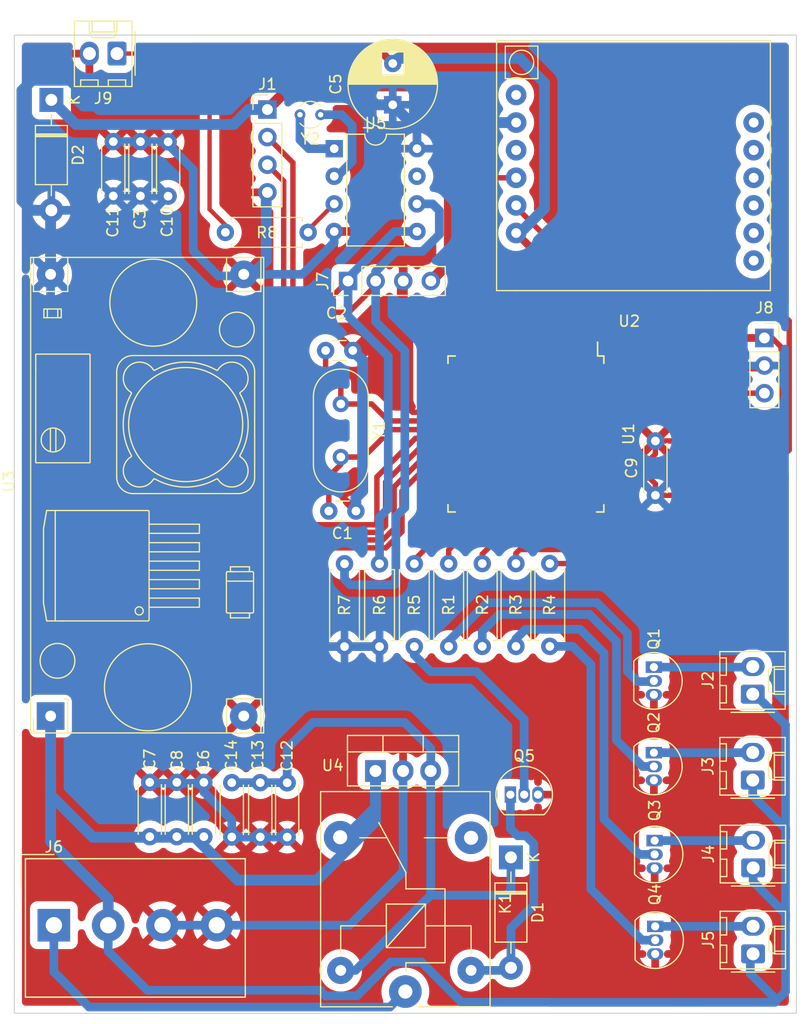
<source format=kicad_pcb>
(kicad_pcb (version 20211014) (generator pcbnew)
  (layers (0 "F.Cu" signal) (31 "B.Cu" signal) (34 "B.Paste" user) (35 "F.Paste" user) (36 "B.SilkS" user "B.Silkscreen") (37 "F.SilkS" user "F.Silkscreen") (38 "B.Mask" user) (39 "F.Mask" user) (44 "Edge.Cuts" user))
  (net 0 "")
  (net 1 "GND")
  (net 2 "Net-(C1-Pad2)")
  (net 3 "Net-(U1-Pad23)")
  (net 4 "+4V")
  (net 5 "12vLine")
  (net 6 "+5V")
  (net 7 "Net-(D1-Pad2)")
  (net 8 "TX")
  (net 9 "RX")
  (net 10 "Lock_4")
  (net 11 "Lock_3")
  (net 12 "Lock_2")
  (net 13 "Lock_1")
  (net 14 "12vIN")
  (net 15 "SDA")
  (net 16 "SCL")
  (net 17 "HRSignal")
  (net 19 "Net-(Q5-Pad2)")
  (net 20 "Lock_4_Pin")
  (net 21 "Lock_3_Pin")
  (net 22 "Lock_2_Pin")
  (net 23 "Lock_1_Pin")
  (net 24 "PowerRelayPin")
  (net 26 "GSM Tx")
  (net 27 "GSM Rx")
  (net 77 "Net-(R1-Pad1)")
  (net 78 "Net-(R2-Pad1)")
  (net 79 "Net-(R3-Pad1)")
  (net 80 "Net-(R4-Pad1)")
  (net 81 "+3.3V")
  (net 84 "Net-(J9-Pad1)")
  (net 85 "Net-(U5-Pad1)")
  (net 86 "Net-(U5-Pad2)")
  (net 88 "Net-(U5-Pad3)")
  (footprint "Relay_THT:Relay_SPDT_SANYOU_SRD_Series_Form_C" (layer "F.Cu") (at 106 128 90)
    (fp_text reference "K1")
    (fp_text value "POWER RELAY")
  )
  (footprint "TerminalBlock_Altech:Altech_AK300_1x04_P5.00mm_45-Degree" (layer "F.Cu") (at 73.6425 121.8925)
    (fp_text reference "J6")
    (fp_text value "POWER INPUT")
  )
  (footprint "Package_QFP:TQFP-64_14x14mm_P0.8mm" (layer "F.Cu") (at 117.1 76.7 -90)
    (fp_text reference "U1")
    (fp_text value "ATmega128-16A")
  )
  (footprint "Package_TO_SOT_THT:TO-92_Inline" (layer "F.Cu") (at 128.88 98.15 -90)
    (fp_text reference "Q1")
    (fp_text value "BC337")
  )
  (footprint "Resistor_THT:R_Axial_DIN0207_L6.3mm_D2.5mm_P7.62mm_Horizontal" (layer "F.Cu") (at 97.05 58.15 180)
    (fp_text reference "R8")
    (fp_text value "0R")
  )
  (footprint "Capacitor_THT:C_Disc_D4.3mm_W1.9mm_P5.00mm" (layer "F.Cu") (at 90.02 108.78 -90)
    (fp_text reference "C14")
    (fp_text value "100nF")
  )
  (footprint "Capacitor_THT:C_Disc_D4.3mm_W1.9mm_P5.00mm" (layer "F.Cu") (at 129.02 82.34 90)
    (fp_text reference "C9")
    (fp_text value "100nF")
  )
  (footprint "Capacitor_THT:C_Disc_D4.3mm_W1.9mm_P5.00mm" (layer "F.Cu") (at 81.61 49.8 -90)
    (fp_text reference "C3")
    (fp_text value "100nF")
  )
  (footprint "Capacitor_THT:C_Disc_D4.3mm_W1.9mm_P5.00mm" (layer "F.Cu") (at 84.96 113.75 90)
    (fp_text reference "C8")
    (fp_text value "100nF")
  )
  (footprint "Capacitor_THT:C_Disc_D3.0mm_W1.6mm_P2.50mm" (layer "F.Cu") (at 101.16 69.02 180)
    (fp_text reference "C2")
    (fp_text value "22pF")
  )
  (footprint "Resistor_THT:R_Axial_DIN0207_L6.3mm_D2.5mm_P7.62mm_Horizontal" (layer "F.Cu") (at 119.3 96.24 90)
    (fp_text reference "R4")
    (fp_text value "1K")
  )
  (footprint "Capacitor_THT:C_Disc_D4.3mm_W1.9mm_P5.00mm" (layer "F.Cu") (at 95.12 108.79 -90)
    (fp_text reference "C12")
    (fp_text value "100nF")
  )
  (footprint "Crystal:Crystal_HC49-U_Vertical" (layer "F.Cu") (at 100.06 73.94 -90)
    (fp_text reference "Y1")
    (fp_text value "Crystal")
  )
  (footprint "Resistor_THT:R_Axial_DIN0207_L6.3mm_D2.5mm_P7.62mm_Horizontal" (layer "F.Cu") (at 100.4 88.64 -90)
    (fp_text reference "R7")
    (fp_text value "4.7K")
  )
  (footprint "Package_TO_SOT_THT:TO-92_Inline" (layer "F.Cu") (at 129 122 -90)
    (fp_text reference "Q4")
    (fp_text value "BC337")
  )
  (footprint "Package_TO_SOT_THT:TO-92_Inline" (layer "F.Cu") (at 115.67 109.88)
    (fp_text reference "Q5")
    (fp_text value "BC337")
  )
  (footprint "Connector_PinHeader_2.54mm:PinHeader_1x04_P2.54mm_Vertical" (layer "F.Cu") (at 100.725 62.625 90)
    (fp_text reference "J7")
    (fp_text value "Pressure")
  )
  (footprint "Connector_Molex:Molex_KK-254_AE-6410-02A_1x02_P2.54mm_Vertical" (layer "F.Cu") (at 137.98 108.54 90)
    (fp_text reference "J3")
    (fp_text value "Lock_3")
  )
  (footprint "Capacitor_THT:C_Disc_D4.3mm_W1.9mm_P5.00mm" (layer "F.Cu") (at 87.45 113.75 90)
    (fp_text reference "C6")
    (fp_text value "100nF")
  )
  (footprint "Diode_THT:D_DO-41_SOD81_P10.16mm_Horizontal" (layer "F.Cu") (at 115.72 115.65 -90)
    (fp_text reference "D1")
    (fp_text value "1N4007")
  )
  (footprint "Resistor_THT:R_Axial_DIN0207_L6.3mm_D2.5mm_P7.62mm_Horizontal" (layer "F.Cu") (at 103.625 88.64 -90)
    (fp_text reference "R6")
    (fp_text value "4.7K")
  )
  (footprint "Resistor_THT:R_Axial_DIN0207_L6.3mm_D2.5mm_P7.62mm_Horizontal" (layer "F.Cu") (at 106.825 88.64 -90)
    (fp_text reference "R5")
    (fp_text value "1K")
  )
  (footprint "Connector_Molex:Molex_KK-254_AE-6410-02A_1x02_P2.54mm_Vertical" (layer "F.Cu") (at 138.02 116.62 90)
    (fp_text reference "J4")
    (fp_text value "Lock_2")
  )
  (footprint "Connector_Molex:Molex_KK-254_AE-6410-02A_1x02_P2.54mm_Vertical" (layer "F.Cu") (at 138.01 124.53 90)
    (fp_text reference "J5")
    (fp_text value "Lock_1")
  )
  (footprint "Capacitor_THT:C_Disc_D3.0mm_W1.6mm_P2.50mm" (layer "F.Cu") (at 101.45 83.79 180)
    (fp_text reference "C1")
    (fp_text value "22pF")
  )
  (footprint "Connector_Molex:Molex_KK-254_AE-6410-02A_1x02_P2.54mm_Vertical" (layer "F.Cu") (at 79.45 41.7 180)
    (fp_text reference "J9")
    (fp_text value "Vbatt")
  )
  (footprint "Capacitor_THT:C_Disc_D4.3mm_W1.9mm_P5.00mm" (layer "F.Cu") (at 84.16 54.82 90)
    (fp_text reference "C10")
    (fp_text value "100nF")
  )
  (footprint "Resistor_THT:R_Axial_DIN0207_L6.3mm_D2.5mm_P7.62mm_Horizontal" (layer "F.Cu") (at 109.99 96.25 90)
    (fp_text reference "R1")
    (fp_text value "1K")
  )
  (footprint "Diode_THT:D_DO-41_SOD81_P10.16mm_Horizontal" (layer "F.Cu") (at 73.41 45.96 -90)
    (fp_text reference "D2")
    (fp_text value "1N4007")
  )
  (footprint "Crystal:Crystal_C26-LF_D2.1mm_L6.5mm_Vertical" (layer "F.Cu") (at 98.2 47.325 180)
    (fp_text reference "Y2")
    (fp_text value "Crystal")
  )
  (footprint "GSM:SIM800L-CORE" (layer "F.Cu") (at 116.2 45.51)
    (fp_text reference "U2")
    (fp_text value "SIM800L-CORE")
  )
  (footprint "Capacitor_THT:C_Disc_D4.3mm_W1.9mm_P5.00mm" (layer "F.Cu") (at 82.47 113.75 90)
    (fp_text reference "C7")
    (fp_text value "100nF")
  )
  (footprint "Connector_PinHeader_2.54mm:PinHeader_1x04_P2.54mm_Vertical" (layer "F.Cu") (at 93.3 46.85)
    (fp_text reference "J1")
    (fp_text value "GPS")
  )
  (footprint "Resistor_THT:R_Axial_DIN0207_L6.3mm_D2.5mm_P7.62mm_Horizontal" (layer "F.Cu") (at 113.08 96.24 90)
    (fp_text reference "R2")
    (fp_text value "1K")
  )
  (footprint "Package_TO_SOT_THT:TO-220-3_Vertical" (layer "F.Cu") (at 103.25 107.705)
    (fp_text reference "U4")
    (fp_text value "L7805")
  )
  (footprint "Package_TO_SOT_THT:TO-92_Inline" (layer "F.Cu") (at 128.95 114.11 -90)
    (fp_text reference "Q3")
    (fp_text value "BC337")
  )
  (footprint "Package_DIP:DIP-8_W7.62mm" (layer "F.Cu") (at 99.45 50.45)
    (fp_text reference "U5")
    (fp_text value "DS1307+")
  )
  (footprint "Resistor_THT:R_Axial_DIN0207_L6.3mm_D2.5mm_P7.62mm_Horizontal" (layer "F.Cu") (at 116.18 96.24 90)
    (fp_text reference "R3")
    (fp_text value "1K")
  )
  (footprint "StepDown:YAAJ_DCDC_StepDown_LM2596" (layer "F.Cu") (at 73.34 102.65 90)
    (fp_text reference "U3")
    (fp_text value "YAAJ_DCDC_StepDown_LM2596")
  )
  (footprint "Capacitor_THT:CP_Radial_D8.0mm_P3.80mm" (layer "F.Cu") (at 104.84 46.412651 90)
    (fp_text reference "C5")
    (fp_text value "1000/25")
  )
  (footprint "Connector_PinSocket_2.54mm:PinSocket_1x03_P2.54mm_Vertical" (layer "F.Cu") (at 139.055 67.865)
    (fp_text reference "J8")
    (fp_text value "Heart Rate")
  )
  (footprint "Connector_Molex:Molex_KK-254_AE-6410-02A_1x02_P2.54mm_Vertical" (layer "F.Cu") (at 137.98 100.64 90)
    (fp_text reference "J2")
    (fp_text value "Lock_4")
  )
  (footprint "Package_TO_SOT_THT:TO-92_Inline" (layer "F.Cu") (at 128.88 106.02 -90)
    (fp_text reference "Q2")
    (fp_text value "BC337")
  )
  (footprint "Capacitor_THT:C_Disc_D4.3mm_W1.9mm_P5.00mm" (layer "F.Cu") (at 92.64 108.78 -90)
    (fp_text reference "C13")
    (fp_text value "100nF")
  )
  (footprint "Capacitor_THT:C_Disc_D4.3mm_W1.9mm_P5.00mm" (layer "F.Cu") (at 79.11 54.8 90)
    (fp_text reference "C11")
    (fp_text value "100nF")
  )
  (gr_line (start 70 130) (end 70 40) (layer "Edge.Cuts") (width 0.1))
  (gr_line (start 142 130) (end 70 130) (layer "Edge.Cuts") (width 0.1))
  (gr_line (start 142 40) (end 142 130) (layer "Edge.Cuts") (width 0.1))
  (gr_line (start 70 40) (end 142 40) (layer "Edge.Cuts") (width 0.1))
  (segment (start 105.805 61.28) (end 105.805 62.625) (width 0.8) (layer "F.Cu") (net 1))
  (segment (start 120.5 71.5) (end 124.8 71.5) (width 0.5) (layer "F.Cu") (net 1))
  (segment (start 102.34 69.02) (end 105.72 65.64) (width 1) (layer "F.Cu") (net 1))
  (segment (start 117.09 74.7) (end 115.46 74.7) (width 0.5) (layer "F.Cu") (net 1))
  (segment (start 109.4 74.7) (end 106.65 74.7) (width 0.5) (layer "F.Cu") (net 1))
  (segment (start 117.3 74.7) (end 120.5 71.5) (width 0.5) (layer "F.Cu") (net 1))
  (segment (start 105.75 65.67) (end 105.72 65.64) (width 0.5) (layer "F.Cu") (net 1))
  (segment (start 105.72 62.71) (end 105.805 62.625) (width 1) (layer "F.Cu") (net 1))
  (segment (start 115.46 74.7) (end 117.3 74.7) (width 0.5) (layer "F.Cu") (net 1))
  (segment (start 105.75 73.8) (end 105.75 65.67) (width 0.5) (layer "F.Cu") (net 1))
  (segment (start 140.59 75.07) (end 138.32 77.34) (width 0.5) (layer "F.Cu") (net 1))
  (segment (start 139.765 67.865) (end 140.59 68.69) (width 0.5) (layer "F.Cu") (net 1))
  (segment (start 128.06 79.5) (end 129.02 78.54) (width 0.5) (layer "F.Cu") (net 1))
  (segment (start 140.59 68.69) (end 140.59 75.07) (width 0.5) (layer "F.Cu") (net 1))
  (segment (start 109.4 74.7) (end 115.46 74.7) (width 0.5) (layer "F.Cu") (net 1))
  (segment (start 138.32 77.34) (end 129.02 77.34) (width 0.5) (layer "F.Cu") (net 1))
  (segment (start 105.72 65.64) (end 105.72 62.71) (width 1) (layer "F.Cu") (net 1))
  (segment (start 121.89 79.5) (end 117.09 74.7) (width 0.5) (layer "F.Cu") (net 1))
  (segment (start 102.595 58.07) (end 105.805 61.28) (width 0.8) (layer "F.Cu") (net 1))
  (segment (start 106.65 74.7) (end 105.75 73.8) (width 0.5) (layer "F.Cu") (net 1))
  (segment (start 139.055 67.865) (end 139.765 67.865) (width 0.5) (layer "F.Cu") (net 1))
  (segment (start 124.8 79.5) (end 128.06 79.5) (width 0.5) (layer "F.Cu") (net 1))
  (segment (start 99.45 58.07) (end 102.595 58.07) (width 0.8) (layer "F.Cu") (net 1))
  (segment (start 101.16 69.02) (end 102.34 69.02) (width 1) (layer "F.Cu") (net 1))
  (segment (start 124.8 79.5) (end 121.89 79.5) (width 0.5) (layer "F.Cu") (net 1))
  (segment (start 129.02 78.54) (end 129.02 77.34) (width 0.5) (layer "F.Cu") (net 1))
  (segment (start 88.6425 121.8925) (end 100.8675 121.8925) (width 0.8) (layer "B.Cu") (net 1))
  (segment (start 118.81 44.4) (end 118.81 55.94) (width 1) (layer "B.Cu") (net 1))
  (segment (start 118.81 55.94) (end 116.36 58.39) (width 1) (layer "B.Cu") (net 1))
  (segment (start 90.97 62.16) (end 91.12 62.01) (width 0.8) (layer "B.Cu") (net 1))
  (segment (start 83.89 49.8) (end 86.47 52.38) (width 0.8) (layer "B.Cu") (net 1))
  (segment (start 86.47 52.38) (end 86.47 59.85) (width 0.8) (layer "B.Cu") (net 1))
  (segment (start 88.78 62.16) (end 90.97 62.16) (width 0.8) (layer "B.Cu") (net 1))
  (segment (start 102.07 69.93) (end 101.16 69.02) (width 1) (layer "B.Cu") (net 1))
  (segment (start 101.45 83.79) (end 101.45 82.57) (width 1) (layer "B.Cu") (net 1))
  (segment (start 102.07 81.95) (end 102.07 69.93) (width 1) (layer "B.Cu") (net 1))
  (segment (start 100.8675 121.8925) (end 105.79 116.97) (width 0.8) (layer "B.Cu") (net 1))
  (segment (start 83.6425 121.8925) (end 88.6425 121.8925) (width 0.8) (layer "B.Cu") (net 1))
  (segment (start 87.45 109.64) (end 87.45 108.75) (width 0.8) (layer "B.Cu") (net 1))
  (segment (start 99.45 58.07) (end 99.45 59.075) (width 0.8) (layer "B.Cu") (net 1))
  (segment (start 96.515 62.01) (end 91.12 62.01) (width 0.8) (layer "B.Cu") (net 1))
  (segment (start 99.45 59.075) (end 96.515 62.01) (width 0.8) (layer "B.Cu") (net 1))
  (segment (start 93.19 54.58) (end 93.19 60.75) (width 1) (layer "B.Cu") (net 1))
  (segment (start 93.3 54.47) (end 93.19 54.58) (width 1) (layer "B.Cu") (net 1))
  (segment (start 101.45 82.57) (end 102.07 81.95) (width 1) (layer "B.Cu") (net 1))
  (segment (start 91.93 62.01) (end 91.12 62.01) (width 1) (layer "B.Cu") (net 1))
  (segment (start 105.79 116.97) (end 105.79 107.705) (width 0.8) (layer "B.Cu") (net 1))
  (segment (start 93.19 60.75) (end 91.93 62.01) (width 1) (layer "B.Cu") (net 1))
  (segment (start 79.11 49.8) (end 83.89 49.8) (width 0.8) (layer "B.Cu") (net 1))
  (segment (start 82.55 108.83) (end 87.37 108.83) (width 0.8) (layer "B.Cu") (net 1))
  (segment (start 90.02 112.21) (end 87.45 109.64) (width 0.8) (layer "B.Cu") (net 1))
  (segment (start 90.03 113.79) (end 90.02 113.78) (width 0.8) (layer "B.Cu") (net 1))
  (segment (start 104.84 42.612651) (end 105.312651 42.14) (width 1) (layer "B.Cu") (net 1))
  (segment (start 105.312651 42.14) (end 116.55 42.14) (width 1) (layer "B.Cu") (net 1))
  (segment (start 82.47 108.75) (end 82.55 108.83) (width 0.8) (layer "B.Cu") (net 1))
  (segment (start 87.37 108.83) (end 87.45 108.75) (width 0.8) (layer "B.Cu") (net 1))
  (segment (start 90.02 113.78) (end 90.02 112.21) (width 0.8) (layer "B.Cu") (net 1))
  (segment (start 95.12 113.79) (end 90.03 113.79) (width 0.8) (layer "B.Cu") (net 1))
  (segment (start 116.55 42.14) (end 118.81 44.4) (width 1) (layer "B.Cu") (net 1))
  (segment (start 86.47 59.85) (end 88.78 62.16) (width 0.8) (layer "B.Cu") (net 1))
  (segment (start 104.68 76.3) (end 102.16 78.82) (width 0.5) (layer "F.Cu") (net 2))
  (segment (start 102.16 78.82) (end 100.06 78.82) (width 0.5) (layer "F.Cu") (net 2))
  (segment (start 100.06 79.5) (end 100.06 78.82) (width 0.5) (layer "F.Cu") (net 2))
  (segment (start 98.95 80.61) (end 100.06 79.5) (width 0.5) (layer "F.Cu") (net 2))
  (segment (start 109.4 76.3) (end 104.68 76.3) (width 0.5) (layer "F.Cu") (net 2))
  (segment (start 98.95 83.79) (end 98.95 80.61) (width 0.5) (layer "F.Cu") (net 2))
  (segment (start 102.9 73.94) (end 100.06 73.94) (width 0.5) (layer "F.Cu") (net 3))
  (segment (start 100.06 72.08) (end 100.06 73.94) (width 0.5) (layer "F.Cu") (net 3))
  (segment (start 109.4 75.5) (end 104.46 75.5) (width 0.5) (layer "F.Cu") (net 3))
  (segment (start 98.66 70.68) (end 100.06 72.08) (width 0.5) (layer "F.Cu") (net 3))
  (segment (start 98.66 69.02) (end 98.66 70.68) (width 0.5) (layer "F.Cu") (net 3))
  (segment (start 104.46 75.5) (end 102.9 73.94) (width 0.5) (layer "F.Cu") (net 3))
  (segment (start 113.125 48.955) (end 114.03 48.05) (width 0.5) (layer "F.Cu") (net 4))
  (segment (start 138.76 70.7) (end 139.055 70.405) (width 0.5) (layer "F.Cu") (net 4))
  (segment (start 141.34 78.17) (end 141.34 66.29) (width 0.5) (layer "F.Cu") (net 4))
  (segment (start 124.8 70.7) (end 126.46 70.7) (width 0.5) (layer "F.Cu") (net 4))
  (segment (start 107.68 65.75) (end 113.125 60.305) (width 0.5) (layer "F.Cu") (net 4))
  (segment (start 126.46 70.7) (end 138.76 70.7) (width 0.5) (layer "F.Cu") (net 4))
  (segment (start 129.02 82.34) (end 137.17 82.34) (width 0.5) (layer "F.Cu") (net 4))
  (segment (start 107.68 73.45) (end 107.68 65.75) (width 0.5) (layer "F.Cu") (net 4))
  (segment (start 109.4 73.9) (end 116.72 73.9) (width 0.5) (layer "F.Cu") (net 4))
  (segment (start 137.38 65.89) (end 132.57 70.7) (width 0.5) (layer "F.Cu") (net 4))
  (segment (start 114.03 48.05) (end 116.2 48.05) (width 0.5) (layer "F.Cu") (net 4))
  (segment (start 137.17 82.34) (end 141.34 78.17) (width 0.5) (layer "F.Cu") (net 4))
  (segment (start 116.72 73.9) (end 119.92 70.7) (width 0.5) (layer "F.Cu") (net 4))
  (segment (start 140.94 65.89) (end 137.38 65.89) (width 0.5) (layer "F.Cu") (net 4))
  (segment (start 129.02 81.29) (end 129.02 82.34) (width 0.5) (layer "F.Cu") (net 4))
  (segment (start 109.4 73.9) (end 108.13 73.9) (width 0.5) (layer "F.Cu") (net 4))
  (segment (start 128.03 80.3) (end 129.02 81.29) (width 0.5) (layer "F.Cu") (net 4))
  (segment (start 132.57 70.7) (end 126.46 70.7) (width 0.5) (layer "F.Cu") (net 4))
  (segment (start 113.125 60.305) (end 113.125 48.955) (width 0.5) (layer "F.Cu") (net 4))
  (segment (start 141.34 66.29) (end 140.94 65.89) (width 0.5) (layer "F.Cu") (net 4))
  (segment (start 108.13 73.9) (end 107.68 73.45) (width 0.5) (layer "F.Cu") (net 4))
  (segment (start 124.8 80.3) (end 128.03 80.3) (width 0.5) (layer "F.Cu") (net 4))
  (segment (start 119.92 70.7) (end 124.8 70.7) (width 0.5) (layer "F.Cu") (net 4))
  (segment (start 100.015 43.125) (end 103.302651 46.412651) (width 1) (layer "B.Cu") (net 4))
  (segment (start 116.2 48.05) (end 106.477349 48.05) (width 1) (layer "B.Cu") (net 4))
  (segment (start 106.477349 48.05) (end 104.84 46.412651) (width 1) (layer "B.Cu") (net 4))
  (segment (start 91.325 44.375) (end 92.575 43.125) (width 1) (layer "B.Cu") (net 4))
  (segment (start 103.302651 46.412651) (end 104.84 46.412651) (width 1) (layer "B.Cu") (net 4))
  (segment (start 103.625 96.26) (end 80.485 96.26) (width 0.8) (layer "B.Cu") (net 4))
  (segment (start 77.73 56.12) (end 73.41 56.12) (width 0.8) (layer "B.Cu") (net 4))
  (segment (start 84.16 54.82) (end 79.03 54.82) (width 0.8) (layer "B.Cu") (net 4))
  (segment (start 73.34 62.01) (end 73.34 56.19) (width 1) (layer "B.Cu") (net 4))
  (segment (start 71.65 44.15) (end 75.125 44.15) (width 1) (layer "B.Cu") (net 4))
  (segment (start 73.41 56.12) (end 71.59 56.12) (width 1) (layer "B.Cu") (net 4))
  (segment (start 77.825 46.85) (end 89.75 46.85) (width 1) (layer "B.Cu") (net 4))
  (segment (start 89.75 46.85) (end 91.325 45.275) (width 1) (layer "B.Cu") (net 4))
  (segment (start 75.125 44.15) (end 77.825 46.85) (width 1) (layer "B.Cu") (net 4))
  (segment (start 92.575 43.125) (end 100.015 43.125) (width 1) (layer "B.Cu") (net 4))
  (segment (start 91.325 45.275) (end 91.325 44.375) (width 1) (layer "B.Cu") (net 4))
  (segment (start 71.59 56.12) (end 70.7 55.23) (width 1) (layer "B.Cu") (net 4))
  (segment (start 70.7 55.23) (end 70.7 45.1) (width 1) (layer "B.Cu") (net 4))
  (segment (start 73.34 56.19) (end 73.41 56.12) (width 1) (layer "B.Cu") (net 4))
  (segment (start 79.03 54.82) (end 77.73 56.12) (width 0.8) (layer "B.Cu") (net 4))
  (segment (start 80.485 96.26) (end 73.34 89.115) (width 0.8) (layer "B.Cu") (net 4))
  (segment (start 107.07 48.642651) (end 104.84 46.412651) (width 0.8) (layer "B.Cu") (net 4))
  (segment (start 107.07 50.45) (end 107.07 48.642651) (width 0.8) (layer "B.Cu") (net 4))
  (segment (start 73.34 89.115) (end 73.34 62.01) (width 0.8) (layer "B.Cu") (net 4))
  (segment (start 70.7 45.1) (end 71.65 44.15) (width 1) (layer "B.Cu") (net 4))
  (segment (start 78.6425 121.8925) (end 78.6425 120.8275) (width 0.8) (layer "B.Cu") (net 5))
  (segment (start 78.6425 121.8925) (end 78.6425 124.2825) (width 0.8) (layer "B.Cu") (net 5))
  (segment (start 78.6425 119.4825) (end 78.6425 121.8925) (width 1) (layer "B.Cu") (net 5))
  (segment (start 104.65 125.28) (end 101.54 128.39) (width 0.8) (layer "B.Cu") (net 5))
  (segment (start 98.12 127.88) (end 96.93 127.88) (width 0.8) (layer "B.Cu") (net 5))
  (segment (start 131.01 128.99) (end 140.01 128.99) (width 0.8) (layer "B.Cu") (net 5))
  (segment (start 73.34 109.9) (end 77.24 113.8) (width 1) (layer "B.Cu") (net 5))
  (segment (start 141.01 120.87) (end 138.02 117.88) (width 0.8) (layer "B.Cu") (net 5))
  (segment (start 73.34 108.27) (end 73.34 109.9) (width 1) (layer "B.Cu") (net 5))
  (segment (start 107.48 125.28) (end 104.65 125.28) (width 0.8) (layer "B.Cu") (net 5))
  (segment (start 138.02 117.88) (end 138.02 116.62) (width 0.8) (layer "B.Cu") (net 5))
  (segment (start 141.02 113.87) (end 141.02 113.01) (width 0.8) (layer "B.Cu") (net 5))
  (segment (start 97.85 117.75) (end 103.25 112.35) (width 1) (layer "B.Cu") (net 5))
  (segment (start 141 128) (end 141 103.46) (width 0.8) (layer "B.Cu") (net 5))
  (segment (start 78.6425 124.2825) (end 81.87 127.51) (width 0.8) (layer "B.Cu") (net 5))
  (segment (start 141 103.46) (end 138.18 100.64) (width 0.8) (layer "B.Cu") (net 5))
  (segment (start 101.04 113.8) (end 100 113.8) (width 0.8) (layer "B.Cu") (net 5))
  (segment (start 77.24 113.8) (end 86.63 113.8) (width 1) (layer "B.Cu") (net 5))
  (segment (start 100.53 113.8) (end 100 113.8) (width 1) (layer "B.Cu") (net 5))
  (segment (start 137.76 125.45) (end 137.76 126.35) (width 0.8) (layer "B.Cu") (net 5))
  (segment (start 137.76 126.35) (end 140.04 128.63) (width 0.8) (layer "B.Cu") (net 5))
  (segment (start 131.01 128.99) (end 119.36 128.99) (width 0.8) (layer "B.Cu") (net 5))
  (segment (start 103.25 107.705) (end 103.25 111.08) (width 1) (layer "B.Cu") (net 5))
  (segment (start 137.98 109.97) (end 137.98 108.54) (width 0.8) (layer "B.Cu") (net 5))
  (segment (start 81.87 127.51) (end 82.24 127.88) (width 0.8) (layer "B.Cu") (net 5))
  (segment (start 141.01 121.41) (end 141.01 120.87) (width 0.8) (layer "B.Cu") (net 5))
  (segment (start 90.58 117.75) (end 97.85 117.75) (width 1) (layer "B.Cu") (net 5))
  (segment (start 103.25 111.08) (end 100.53 113.8) (width 1) (layer "B.Cu") (net 5))
  (segment (start 132.36 128.99) (end 131.01 128.99) (width 0.8) (layer "B.Cu") (net 5))
  (segment (start 132.36 128.99) (end 133.06 128.99) (width 0.8) (layer "B.Cu") (net 5))
  (segment (start 98.63 128.39) (end 98.12 127.88) (width 0.8) (layer "B.Cu") (net 5))
  (segment (start 119.35 128.98) (end 111.18 128.98) (width 0.8) (layer "B.Cu") (net 5))
  (segment (start 101.54 128.39) (end 98.63 128.39) (width 0.8) (layer "B.Cu") (net 5))
  (segment (start 140.01 128.99) (end 141 128) (width 0.8) (layer "B.Cu") (net 5))
  (segment (start 86.63 113.8) (end 90.58 117.75) (width 1) (layer "B.Cu") (net 5))
  (segment (start 141.02 113.01) (end 137.98 109.97) (width 0.8) (layer "B.Cu") (net 5))
  (segment (start 96.93 127.88) (end 98.22 127.88) (width 0.8) (layer "B.Cu") (net 5))
  (segment (start 138.18 100.64) (end 137.98 100.64) (width 0.8) (layer "B.Cu") (net 5))
  (segment (start 73.34 108.27) (end 73.34 114.18) (width 1) (layer "B.Cu") (net 5))
  (segment (start 119.36 128.99) (end 119.35 128.98) (width 0.8) (layer "B.Cu") (net 5))
  (segment (start 82.24 127.88) (end 96.93 127.88) (width 0.8) (layer "B.Cu") (net 5))
  (segment (start 111.18 128.98) (end 107.48 125.28) (width 0.8) (layer "B.Cu") (net 5))
  (segment (start 103.25 112.35) (end 103.25 107.705) (width 1) (layer "B.Cu") (net 5))
  (segment (start 73.34 102.65) (end 73.34 108.27) (width 1) (layer "B.Cu") (net 5))
  (segment (start 73.34 114.18) (end 78.6425 119.4825) (width 1) (layer "B.Cu") (net 5))
  (segment (start 95.12 108.79) (end 95.12 105.62) (width 0.8) (layer "B.Cu") (net 6))
  (segment (start 108.33 119.13) (end 101.41 126.05) (width 0.8) (layer "B.Cu") (net 6))
  (segment (start 97.5 103.24) (end 105.94 103.24) (width 0.8) (layer "B.Cu") (net 6))
  (segment (start 115.72 118.67) (end 115.72 115.65) (width 0.8) (layer "B.Cu") (net 6))
  (segment (start 108.34 105.64) (end 108.34 107.695) (width 0.8) (layer "B.Cu") (net 6))
  (segment (start 95.11 108.78) (end 95.12 108.79) (width 0.8) (layer "B.Cu") (net 6))
  (segment (start 108.34 107.695) (end 108.33 107.705) (width 0.8) (layer "B.Cu") (net 6))
  (segment (start 95.12 105.62) (end 97.5 103.24) (width 0.8) (layer "B.Cu") (net 6))
  (segment (start 108.33 119.13) (end 115.26 119.13) (width 0.8) (layer "B.Cu") (net 6))
  (segment (start 101.41 126.05) (end 100.05 126.05) (width 0.8) (layer "B.Cu") (net 6))
  (segment (start 115.26 119.13) (end 115.72 118.67) (width 0.8) (layer "B.Cu") (net 6))
  (segment (start 90.02 108.78) (end 95.11 108.78) (width 0.8) (layer "B.Cu") (net 6))
  (segment (start 108.33 107.705) (end 108.33 119.13) (width 0.8) (layer "B.Cu") (net 6))
  (segment (start 105.94 103.24) (end 108.34 105.64) (width 0.8) (layer "B.Cu") (net 6))
  (segment (start 115.48 126.05) (end 115.72 125.81) (width 0.8) (layer "B.Cu") (net 7))
  (segment (start 115.72 125.81) (end 115.72 122.15) (width 0.8) (layer "B.Cu") (net 7))
  (segment (start 116.33 113.66) (end 115.67 113) (width 0.8) (layer "B.Cu") (net 7))
  (segment (start 117.08 113.66) (end 116.33 113.66) (width 0.8) (layer "B.Cu") (net 7))
  (segment (start 117.82 120.05) (end 117.82 114.4) (width 0.8) (layer "B.Cu") (net 7))
  (segment (start 112.05 126.05) (end 115.48 126.05) (width 0.8) (layer "B.Cu") (net 7))
  (segment (start 115.67 113) (end 115.67 109.88) (width 0.8) (layer "B.Cu") (net 7))
  (segment (start 117.82 114.4) (end 117.08 113.66) (width 0.8) (layer "B.Cu") (net 7))
  (segment (start 115.72 122.15) (end 117.82 120.05) (width 0.8) (layer "B.Cu") (net 7))
  (segment (start 95.65 66.23) (end 95.65 51.74) (width 0.5) (layer "F.Cu") (net 8))
  (segment (start 95.65 51.74) (end 93.3 49.39) (width 0.5) (layer "F.Cu") (net 8))
  (segment (start 103.93 86.45) (end 94.07 86.45) (width 0.5) (layer "F.Cu") (net 8))
  (segment (start 93.25 85.63) (end 93.25 68.63) (width 0.5) (layer "F.Cu") (net 8))
  (segment (start 104.97 85.41) (end 103.93 86.45) (width 0.5) (layer "F.Cu") (net 8))
  (segment (start 93.25 68.63) (end 95.65 66.23) (width 0.5) (layer "F.Cu") (net 8))
  (segment (start 107.83 78.7) (end 104.97 81.56) (width 0.5) (layer "F.Cu") (net 8))
  (segment (start 94.07 86.45) (end 93.25 85.63) (width 0.5) (layer "F.Cu") (net 8))
  (segment (start 109.4 78.7) (end 107.83 78.7) (width 0.5) (layer "F.Cu") (net 8))
  (segment (start 104.97 81.56) (end 104.97 85.41) (width 0.5) (layer "F.Cu") (net 8))
  (segment (start 94.8 53.43) (end 93.3 51.93) (width 0.5) (layer "F.Cu") (net 9))
  (segment (start 92.4 68.31) (end 94.8 65.91) (width 0.5) (layer "F.Cu") (net 9))
  (segment (start 94.8 65.91) (end 94.8 53.43) (width 0.5) (layer "F.Cu") (net 9))
  (segment (start 108.15 79.5) (end 105.69 81.96) (width 0.5) (layer "F.Cu") (net 9))
  (segment (start 92.4 85.89) (end 92.4 68.31) (width 0.5) (layer "F.Cu") (net 9))
  (segment (start 105.69 85.69) (end 104.205 87.175) (width 0.5) (layer "F.Cu") (net 9))
  (segment (start 105.69 81.96) (end 105.69 85.69) (width 0.5) (layer "F.Cu") (net 9))
  (segment (start 104.205 87.175) (end 93.685 87.175) (width 0.5) (layer "F.Cu") (net 9))
  (segment (start 109.4 79.5) (end 108.15 79.5) (width 0.5) (layer "F.Cu") (net 9))
  (segment (start 93.685 87.175) (end 92.4 85.89) (width 0.5) (layer "F.Cu") (net 9))
  (segment (start 137.93 98.15) (end 137.98 98.1) (width 0.8) (layer "B.Cu") (net 10))
  (segment (start 128.88 98.15) (end 137.93 98.15) (width 0.8) (layer "B.Cu") (net 10))
  (segment (start 137.96 106.02) (end 137.98 106) (width 0.8) (layer "B.Cu") (net 11))
  (segment (start 128.88 106.02) (end 137.96 106.02) (width 0.8) (layer "B.Cu") (net 11))
  (segment (start 137.99 114.11) (end 138.02 114.08) (width 0.8) (layer "B.Cu") (net 12))
  (segment (start 128.95 114.11) (end 137.99 114.11) (width 0.8) (layer "B.Cu") (net 12))
  (segment (start 138 122) (end 138.01 121.99) (width 0.8) (layer "B.Cu") (net 13))
  (segment (start 129 122) (end 138 122) (width 0.8) (layer "B.Cu") (net 13))
  (segment (start 104.575 129.425) (end 76.885 129.425) (width 0.8) (layer "B.Cu") (net 14))
  (segment (start 106 128) (end 104.575 129.425) (width 0.8) (layer "B.Cu") (net 14))
  (segment (start 76.885 129.425) (end 73.6425 126.1825) (width 0.8) (layer "B.Cu") (net 14))
  (segment (start 73.6425 126.1825) (end 73.6425 121.8925) (width 0.8) (layer "B.Cu") (net 14))
  (segment (start 94.02 85.09) (end 94.02 69.29) (width 0.5) (layer "F.Cu") (net 15))
  (segment (start 103.58 85.75) (end 94.68 85.75) (width 0.5) (layer "F.Cu") (net 15))
  (segment (start 104.18 81.12) (end 104.18 85.15) (width 0.5) (layer "F.Cu") (net 15))
  (segment (start 104.18 85.15) (end 103.58 85.75) (width 0.5) (layer "F.Cu") (net 15))
  (segment (start 107.4 77.9) (end 104.18 81.12) (width 0.5) (layer "F.Cu") (net 15))
  (segment (start 94.02 69.29) (end 100.725 62.585) (width 0.5) (layer "F.Cu") (net 15))
  (segment (start 109.4 77.9) (end 107.4 77.9) (width 0.5) (layer "F.Cu") (net 15))
  (segment (start 94.68 85.75) (end 94.02 85.09) (width 0.5) (layer "F.Cu") (net 15))
  (segment (start 104.425 69.55) (end 100.725 65.85) (width 0.8) (layer "B.Cu") (net 15))
  (segment (start 100.725 62.35) (end 105.005 58.07) (width 0.8) (layer "B.Cu") (net 15))
  (segment (start 100.725 62.625) (end 100.725 62.35) (width 0.8) (layer "B.Cu") (net 15))
  (segment (start 100.725 65.85) (end 100.725 62.625) (width 0.8) (layer "B.Cu") (net 15))
  (segment (start 103.625 88.64) (end 103.625 84.35) (width 0.8) (layer "B.Cu") (net 15))
  (segment (start 105.005 58.07) (end 107.07 58.07) (width 0.8) (layer "B.Cu") (net 15))
  (segment (start 104.425 83.55) (end 104.425 69.55) (width 0.8) (layer "B.Cu") (net 15))
  (segment (start 103.625 84.35) (end 104.425 83.55) (width 0.8) (layer "B.Cu") (net 15))
  (segment (start 103.38 80.64) (end 103.38 84.86) (width 0.5) (layer "F.Cu") (net 16))
  (segment (start 109.4 77.1) (end 106.92 77.1) (width 0.5) (layer "F.Cu") (net 16))
  (segment (start 94.78 84.72) (end 94.78 69.56) (width 0.5) (layer "F.Cu") (net 16))
  (segment (start 106.92 77.1) (end 103.38 80.64) (width 0.5) (layer "F.Cu") (net 16))
  (segment (start 103.38 84.86) (end 103.19 85.05) (width 0.5) (layer "F.Cu") (net 16))
  (segment (start 100.8 65.5) (end 103.18 63.12) (width 0.5) (layer "F.Cu") (net 16))
  (segment (start 95.11 85.05) (end 94.78 84.72) (width 0.5) (layer "F.Cu") (net 16))
  (segment (start 94.78 69.56) (end 98.84 65.5) (width 0.5) (layer "F.Cu") (net 16))
  (segment (start 98.84 65.5) (end 100.8 65.5) (width 0.5) (layer "F.Cu") (net 16))
  (segment (start 103.19 85.05) (end 95.11 85.05) (width 0.5) (layer "F.Cu") (net 16))
  (segment (start 105.125 59.9) (end 107.575 59.9) (width 0.8) (layer "B.Cu") (net 16))
  (segment (start 103.265 66.365) (end 103.265 62.625) (width 0.8) (layer "B.Cu") (net 16))
  (segment (start 103.265 61.76) (end 105.125 59.9) (width 0.8) (layer "B.Cu") (net 16))
  (segment (start 105.95 69.05) (end 103.265 66.365) (width 0.8) (layer "B.Cu") (net 16))
  (segment (start 103.265 62.625) (end 103.265 61.76) (width 0.8) (layer "B.Cu") (net 16))
  (segment (start 100.4 88.64) (end 100.4 90.05) (width 0.8) (layer "B.Cu") (net 16))
  (segment (start 100.4 90.05) (end 100.925 90.575) (width 0.8) (layer "B.Cu") (net 16))
  (segment (start 107.575 59.9) (end 109.125 58.35) (width 0.8) (layer "B.Cu") (net 16))
  (segment (start 109.125 56.15) (end 108.505 55.53) (width 0.8) (layer "B.Cu") (net 16))
  (segment (start 108.505 55.53) (end 107.07 55.53) (width 0.8) (layer "B.Cu") (net 16))
  (segment (start 100.925 90.575) (end 105 90.575) (width 0.8) (layer "B.Cu") (net 16))
  (segment (start 105.125 84.3) (end 105.95 83.475) (width 0.8) (layer "B.Cu") (net 16))
  (segment (start 105.95 83.475) (end 105.95 69.05) (width 0.8) (layer "B.Cu") (net 16))
  (segment (start 109.125 58.35) (end 109.125 56.15) (width 0.8) (layer "B.Cu") (net 16))
  (segment (start 105 90.575) (end 105.125 90.45) (width 0.8) (layer "B.Cu") (net 16))
  (segment (start 105.125 90.45) (end 105.125 84.3) (width 0.8) (layer "B.Cu") (net 16))
  (segment (start 126.875 72.945) (end 126.72 73.1) (width 0.5) (layer "F.Cu") (net 17))
  (segment (start 126.72 73.1) (end 124.8 73.1) (width 0.5) (layer "F.Cu") (net 17))
  (segment (start 139.055 72.945) (end 126.875 72.945) (width 0.5) (layer "F.Cu") (net 17))
  (segment (start 112.54 98.56) (end 116.94 102.96) (width 0.8) (layer "B.Cu") (net 19))
  (segment (start 116.94 102.96) (end 116.94 109.88) (width 0.8) (layer "B.Cu") (net 19))
  (segment (start 108.35 98.56) (end 112.54 98.56) (width 0.8) (layer "B.Cu") (net 19))
  (segment (start 106.82 96.22) (end 106.82 97.03) (width 0.8) (layer "B.Cu") (net 19))
  (segment (start 106.82 97.03) (end 108.35 98.56) (width 0.8) (layer "B.Cu") (net 19))
  (segment (start 111.44 85.92) (end 109.99 87.37) (width 0.5) (layer "F.Cu") (net 20))
  (segment (start 109.99 87.37) (end 109.99 88.63) (width 0.5) (layer "F.Cu") (net 20))
  (segment (start 119.9 85.37) (end 119.35 85.92) (width 0.5) (layer "F.Cu") (net 20))
  (segment (start 119.35 85.92) (end 111.44 85.92) (width 0.5) (layer "F.Cu") (net 20))
  (segment (start 119.9 84.4) (end 119.9 85.37) (width 0.5) (layer "F.Cu") (net 20))
  (segment (start 120.7 84.4) (end 120.7 85.86) (width 0.5) (layer "F.Cu") (net 21))
  (segment (start 113.08 87.75) (end 113.08 88.62) (width 0.5) (layer "F.Cu") (net 21))
  (segment (start 114.21 86.62) (end 113.08 87.75) (width 0.5) (layer "F.Cu") (net 21))
  (segment (start 119.94 86.62) (end 114.21 86.62) (width 0.5) (layer "F.Cu") (net 21))
  (segment (start 120.7 85.86) (end 119.94 86.62) (width 0.5) (layer "F.Cu") (net 21))
  (segment (start 121.5 84.4) (end 121.5 86.54) (width 0.5) (layer "F.Cu") (net 22))
  (segment (start 116.18 87.68) (end 116.18 88.62) (width 0.5) (layer "F.Cu") (net 22))
  (segment (start 116.53 87.33) (end 116.18 87.68) (width 0.5) (layer "F.Cu") (net 22))
  (segment (start 121.5 86.54) (end 120.71 87.33) (width 0.5) (layer "F.Cu") (net 22))
  (segment (start 120.71 87.33) (end 116.53 87.33) (width 0.5) (layer "F.Cu") (net 22))
  (segment (start 121.21 88.62) (end 119.3 88.62) (width 0.5) (layer "F.Cu") (net 23))
  (segment (start 122.3 84.4) (end 122.3 87.53) (width 0.5) (layer "F.Cu") (net 23))
  (segment (start 122.3 87.53) (end 121.21 88.62) (width 0.5) (layer "F.Cu") (net 23))
  (segment (start 108.3 86.81) (end 106.82 88.29) (width 0.5) (layer "F.Cu") (net 24))
  (segment (start 109.42 86.81) (end 108.3 86.81) (width 0.5) (layer "F.Cu") (net 24))
  (segment (start 111.1 84.4) (end 111.1 85.13) (width 0.5) (layer "F.Cu") (net 24))
  (segment (start 106.82 88.29) (end 106.82 88.6) (width 0.5) (layer "F.Cu") (net 24))
  (segment (start 111.1 85.13) (end 109.42 86.81) (width 0.5) (layer "F.Cu") (net 24))
  (segment (start 122.3 69) (end 122.3 61.93) (width 0.5) (layer "F.Cu") (net 26))
  (segment (start 122.3 61.93) (end 116.2 55.83) (width 0.5) (layer "F.Cu") (net 26))
  (segment (start 116.2 55.83) (end 116.2 55.67) (width 0.5) (layer "F.Cu") (net 26))
  (segment (start 121.5 69) (end 121.5 66.13) (width 0.5) (layer "F.Cu") (net 27))
  (segment (start 121.5 66.13) (end 116.85 61.48) (width 0.5) (layer "F.Cu") (net 27))
  (segment (start 114.03 53.13) (end 116.2 53.13) (width 0.5) (layer "F.Cu") (net 27))
  (segment (start 114 61.48) (end 114 53.16) (width 0.5) (layer "F.Cu") (net 27))
  (segment (start 114 53.16) (end 114.03 53.13) (width 0.5) (layer "F.Cu") (net 27))
  (segment (start 116.85 61.48) (end 114 61.48) (width 0.5) (layer "F.Cu") (net 27))
  (segment (start 113.52 92.22) (end 123.63 92.22) (width 0.8) (layer "B.Cu") (net 77))
  (segment (start 109.99 96.25) (end 109.99 95.75) (width 0.8) (layer "B.Cu") (net 77))
  (segment (start 123.63 92.22) (end 126.45 95.04) (width 0.8) (layer "B.Cu") (net 77))
  (segment (start 109.99 95.75) (end 113.52 92.22) (width 0.8) (layer "B.Cu") (net 77))
  (segment (start 127.39 99.48) (end 128.82 99.48) (width 0.8) (layer "B.Cu") (net 77))
  (segment (start 128.82 99.48) (end 128.88 99.42) (width 0.8) (layer "B.Cu") (net 77))
  (segment (start 126.45 98.54) (end 127.39 99.48) (width 0.8) (layer "B.Cu") (net 77))
  (segment (start 126.45 95.04) (end 126.45 98.54) (width 0.8) (layer "B.Cu") (net 77))
  (segment (start 125.43 95.78) (end 125.43 104.87) (width 0.8) (layer "B.Cu") (net 78))
  (segment (start 122.95 93.3) (end 125.43 95.78) (width 0.8) (layer "B.Cu") (net 78))
  (segment (start 114.63 93.3) (end 122.95 93.3) (width 0.8) (layer "B.Cu") (net 78))
  (segment (start 113.08 94.85) (end 114.63 93.3) (width 0.8) (layer "B.Cu") (net 78))
  (segment (start 127.85 107.29) (end 128.88 107.29) (width 0.8) (layer "B.Cu") (net 78))
  (segment (start 125.43 104.87) (end 127.85 107.29) (width 0.8) (layer "B.Cu") (net 78))
  (segment (start 113.08 96.24) (end 113.08 94.85) (width 0.8) (layer "B.Cu") (net 78))
  (segment (start 124.29 112.14) (end 127.53 115.38) (width 0.8) (layer "B.Cu") (net 79))
  (segment (start 116.18 95.55) (end 117.06 94.67) (width 0.8) (layer "B.Cu") (net 79))
  (segment (start 117.06 94.67) (end 122.1 94.67) (width 0.8) (layer "B.Cu") (net 79))
  (segment (start 127.53 115.38) (end 128.95 115.38) (width 0.8) (layer "B.Cu") (net 79))
  (segment (start 116.18 96.24) (end 116.18 95.55) (width 0.8) (layer "B.Cu") (net 79))
  (segment (start 122.1 94.67) (end 124.29 96.86) (width 0.8) (layer "B.Cu") (net 79))
  (segment (start 124.29 96.86) (end 124.29 112.14) (width 0.8) (layer "B.Cu") (net 79))
  (segment (start 127.79 123.27) (end 129 123.27) (width 0.8) (layer "B.Cu") (net 80))
  (segment (start 123.08 118.56) (end 127.79 123.27) (width 0.8) (layer "B.Cu") (net 80))
  (segment (start 121.41 96.24) (end 123.08 97.91) (width 0.8) (layer "B.Cu") (net 80))
  (segment (start 119.3 96.24) (end 121.41 96.24) (width 0.8) (layer "B.Cu") (net 80))
  (segment (start 123.08 97.91) (end 123.08 118.56) (width 0.8) (layer "B.Cu") (net 80))
  (segment (start 110.05 60.92) (end 110.05 47.1) (width 1) (layer "F.Cu") (net 81))
  (segment (start 100.93 45.23) (end 94.92 45.23) (width 1) (layer "F.Cu") (net 81))
  (segment (start 101.485 44.675) (end 100.93 45.23) (width 1) (layer "F.Cu") (net 81))
  (segment (start 110.05 47.1) (end 107.625 44.675) (width 1) (layer "F.Cu") (net 81))
  (segment (start 94.92 45.23) (end 93.3 46.85) (width 1) (layer "F.Cu") (net 81))
  (segment (start 108.345 62.625) (end 110.05 60.92) (width 1) (layer "F.Cu") (net 81))
  (segment (start 107.625 44.675) (end 101.485 44.675) (width 1) (layer "F.Cu") (net 81))
  (segment (start 73.41 45.96) (end 75.675 48.225) (width 1) (layer "B.Cu") (net 81))
  (segment (start 75.675 48.225) (end 90.195 48.225) (width 1) (layer "B.Cu") (net 81))
  (segment (start 91.57 46.85) (end 93.3 46.85) (width 1) (layer "B.Cu") (net 81))
  (segment (start 90.195 48.225) (end 91.57 46.85) (width 1) (layer "B.Cu") (net 81))
  (segment (start 85.425 41.7) (end 87.975 44.25) (width 0.4) (layer "F.Cu") (net 84))
  (segment (start 87.975 56.025) (end 89.43 57.48) (width 0.4) (layer "F.Cu") (net 84))
  (segment (start 87.975 44.25) (end 87.975 56.025) (width 0.4) (layer "F.Cu") (net 84))
  (segment (start 89.43 57.48) (end 89.43 58.15) (width 0.4) (layer "F.Cu") (net 84))
  (segment (start 79.45 41.7) (end 85.425 41.7) (width 0.4) (layer "F.Cu") (net 84))
  (segment (start 96.3 49.65) (end 97.1 50.45) (width 0.8) (layer "B.Cu") (net 85))
  (segment (start 97.1 50.45) (end 99.45 50.45) (width 0.8) (layer "B.Cu") (net 85))
  (segment (start 96.3 47.325) (end 96.3 49.65) (width 0.8) (layer "B.Cu") (net 85))
  (segment (start 101.1 51.625) (end 99.735 52.99) (width 0.8) (layer "B.Cu") (net 86))
  (segment (start 98.2 47.325) (end 100.125 47.325) (width 0.8) (layer "B.Cu") (net 86))
  (segment (start 101.1 48.3) (end 101.1 51.625) (width 0.8) (layer "B.Cu") (net 86))
  (segment (start 99.735 52.99) (end 99.45 52.99) (width 0.8) (layer "B.Cu") (net 86))
  (segment (start 100.125 47.325) (end 101.1 48.3) (width 0.8) (layer "B.Cu") (net 86))
  (segment (start 97.05 57.93) (end 99.45 55.53) (width 0.4) (layer "F.Cu") (net 88))
  (segment (start 96.735 57.875) (end 96.775 57.875) (width 0.4) (layer "F.Cu") (net 88))
  (segment (start 96.775 57.875) (end 97.05 58.15) (width 0.4) (layer "F.Cu") (net 88))
  (segment (start 97.05 58.15) (end 97.05 57.93) (width 0.4) (layer "F.Cu") (net 88))
  (zone (net 1) (net_name "GND") (layer "F.Cu") (connect_pads (clearance 0.7)) (min_thickness 0.7) (fill yes (thermal_gap 0.7) (thermal_bridge_width 0.71))
    (polygon (pts (xy 143 131) (xy 69 131) (xy 69 39) (xy 143 39)))
  )
  (zone (net 4) (net_name "+4V") (layer "B.Cu") (connect_pads (clearance 0.7)) (min_thickness 0.7) (fill yes (thermal_gap 0.7) (thermal_bridge_width 0.71))
    (polygon (pts (xy 143 131) (xy 69 131) (xy 69 39) (xy 143 39)))
  )
)
</source>
